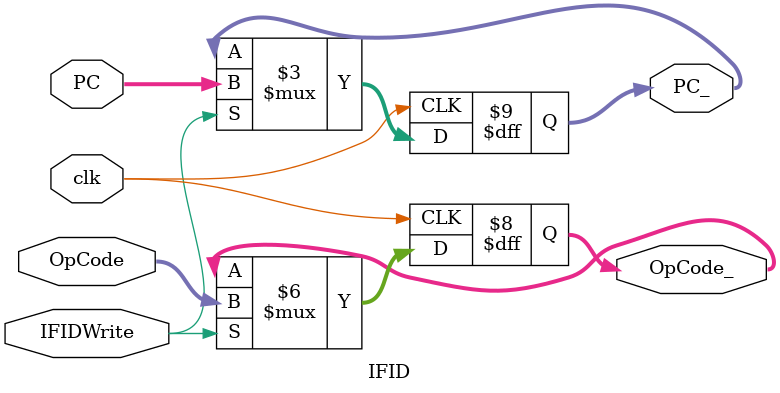
<source format=v>
module IFID(IFIDWrite, clk, PC, OpCode, PC_, OpCode_);
input IFIDWrite, clk;
input [31:0] OpCode;
input [31:2] PC;
output reg [31:0] OpCode_;
output reg [31:2] PC_;

always@(posedge clk) begin
    if(IFIDWrite) begin
        OpCode_ = OpCode;
        PC_ = PC;
    end
end
endmodule
</source>
